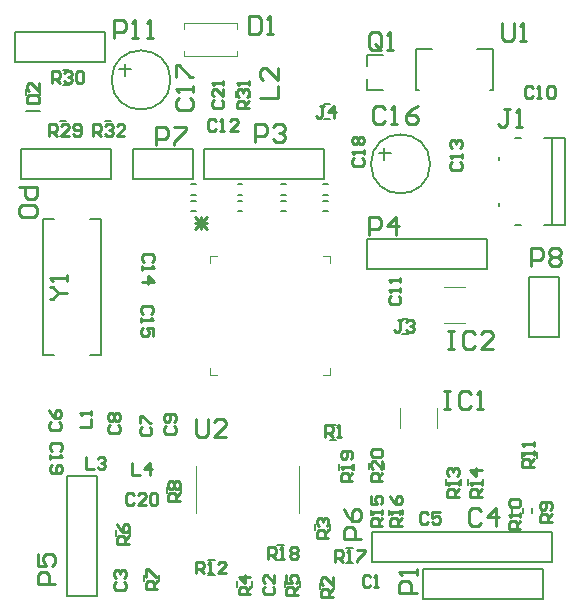
<source format=gto>
G04*
G04 #@! TF.GenerationSoftware,Altium Limited,Altium Designer,18.1.5 (160)*
G04*
G04 Layer_Color=65535*
%FSLAX25Y25*%
%MOIN*%
G70*
G01*
G75*
%ADD10C,0.00787*%
%ADD11C,0.00598*%
%ADD12C,0.00472*%
%ADD13C,0.01000*%
D10*
X554343Y478579D02*
G03*
X554343Y478579I-9843J0D01*
G01*
X640842Y450579D02*
G03*
X640842Y450579I-9843J0D01*
G01*
X660000Y415500D02*
Y425500D01*
X620000Y415500D02*
X660000D01*
X620000Y425500D02*
X660000D01*
X620000Y415500D02*
Y425500D01*
X502500Y494500D02*
X532500D01*
X502500Y484500D02*
Y494500D01*
Y484500D02*
X532500D01*
Y494500D01*
X678740Y459342D02*
X681496D01*
X669291D02*
X671260D01*
X663779Y451862D02*
Y453043D01*
Y436508D02*
Y437689D01*
X669291Y430209D02*
X671260D01*
X678740D02*
X681496D01*
Y459342D01*
Y430209D02*
X685827D01*
Y459342D01*
X681496D02*
X685827D01*
X539100Y480057D02*
Y484058D01*
X537200Y482158D02*
X541200D01*
X638575Y305500D02*
Y315500D01*
X678575D01*
X638575Y305500D02*
X678575D01*
Y315500D01*
X625600Y452058D02*
Y456058D01*
X623700Y454157D02*
X627700D01*
X621500Y327953D02*
X681500D01*
X621500Y317953D02*
X681500D01*
Y327953D01*
X621500Y317953D02*
Y327953D01*
X684000Y393000D02*
Y413000D01*
X674000D02*
X684000D01*
X674000Y393000D02*
Y413000D01*
Y393000D02*
X684000D01*
X531047Y386854D02*
Y432327D01*
X511953Y386854D02*
Y432327D01*
X527406D02*
X531047D01*
X511953D02*
X515594D01*
X511953Y386854D02*
X515594D01*
X527406D02*
X531047D01*
X542000Y445500D02*
Y455500D01*
X562000D01*
Y445500D02*
Y455500D01*
X542000Y445500D02*
X562000D01*
X565500D02*
Y455500D01*
X605500D01*
X565500Y445500D02*
X605500D01*
Y455500D01*
X520000Y346500D02*
X530000D01*
Y306500D02*
Y346500D01*
X520000Y306500D02*
Y346500D01*
Y306500D02*
X530000D01*
X504500Y455461D02*
X534500D01*
X504500Y445461D02*
Y455461D01*
Y445461D02*
X534500D01*
Y455461D01*
D11*
X619941Y475161D02*
X625059D01*
X619941D02*
Y478902D01*
Y486839D02*
X625059D01*
X619941Y483098D02*
Y486839D01*
X636205Y488890D02*
X641598D01*
X636205Y475110D02*
Y488890D01*
Y475110D02*
X637130D01*
X656402Y488890D02*
X661795D01*
Y475110D02*
Y488890D01*
X660870Y475110D02*
X661795D01*
X605555Y470480D02*
X607657D01*
X605555Y465520D02*
X607657D01*
X517449Y464980D02*
X519551D01*
X517449Y460020D02*
X519551D01*
X532449Y464980D02*
X534551D01*
X532449Y460020D02*
X534551D01*
X580980Y472949D02*
Y475051D01*
X576020Y472949D02*
Y475051D01*
X518449Y481980D02*
X520551D01*
X518449Y477020D02*
X520551D01*
X506020Y468221D02*
X510980D01*
Y473606D02*
Y475394D01*
X506020Y473606D02*
Y475394D01*
X553020Y340949D02*
Y343051D01*
X557980Y340949D02*
Y343051D01*
X540980Y326480D02*
Y328582D01*
X536020Y326480D02*
Y328582D01*
X550386Y311449D02*
Y313551D01*
X545425Y311449D02*
Y313551D01*
X566949Y313520D02*
X569051D01*
X566949Y318480D02*
X569051D01*
X576520Y309449D02*
Y311551D01*
X581480Y309449D02*
Y311551D01*
X597480Y309449D02*
Y311551D01*
X592520Y309449D02*
Y311551D01*
X589949Y318586D02*
X592051D01*
X589949Y323547D02*
X592051D01*
X607480Y328449D02*
Y330551D01*
X602520Y328449D02*
Y330551D01*
X607449Y363480D02*
X609551D01*
X607449Y358520D02*
X609551D01*
X668228Y334224D02*
Y335776D01*
X671772Y334224D02*
Y335776D01*
X678272Y334224D02*
Y335776D01*
X674728Y334224D02*
Y335776D01*
X612949Y317634D02*
X615051D01*
X612949Y322594D02*
X615051D01*
X608980Y308949D02*
Y311051D01*
X604020Y308949D02*
Y311051D01*
X627228Y333724D02*
Y335276D01*
X630772Y333724D02*
Y335276D01*
X610520Y348449D02*
Y350551D01*
X615480Y348449D02*
Y350551D01*
X620445Y348787D02*
Y350890D01*
X625406Y348787D02*
Y350890D01*
X653520Y343449D02*
Y345551D01*
X658480Y343449D02*
Y345551D01*
X646205Y343449D02*
Y345551D01*
X651165Y343449D02*
Y345551D01*
X631449Y398980D02*
X633551D01*
X631449Y394020D02*
X633551D01*
X624772Y333724D02*
Y335276D01*
X621228Y333724D02*
Y335276D01*
X676480Y352449D02*
Y354551D01*
X671520Y352449D02*
Y354551D01*
X561224Y440228D02*
X562776D01*
X561224Y443772D02*
X562776D01*
X561224Y438272D02*
X562776D01*
X561224Y434728D02*
X562776D01*
X576724Y443772D02*
X578276D01*
X576724Y440228D02*
X578276D01*
X576724Y434728D02*
X578276D01*
X576724Y438272D02*
X578276D01*
X591224Y443772D02*
X592776D01*
X591224Y440228D02*
X592776D01*
X591224Y434728D02*
X592776D01*
X591224Y438272D02*
X592776D01*
X605299Y443929D02*
X606850D01*
X605299Y440386D02*
X606850D01*
X605299Y434728D02*
X606850D01*
X605299Y438272D02*
X606850D01*
D12*
X597244Y334126D02*
Y349874D01*
X562756Y334126D02*
Y349874D01*
X576398Y495681D02*
Y497512D01*
X558681D02*
X576398D01*
X558681Y486488D02*
Y488319D01*
Y486488D02*
X576398D01*
Y488319D01*
X558681Y495681D02*
Y497512D01*
X630898Y362653D02*
Y369346D01*
X643102Y362653D02*
Y369346D01*
X567618Y417598D02*
Y419882D01*
X569902D01*
X607382Y417598D02*
Y419882D01*
X605098D02*
X607382D01*
Y380118D02*
Y382402D01*
X605098Y380118D02*
X607382D01*
X567618D02*
Y382402D01*
Y380118D02*
X569902D01*
X645653Y409602D02*
X652347D01*
X645653Y397398D02*
X652347D01*
D13*
X562900Y365498D02*
Y360500D01*
X563900Y359500D01*
X565899D01*
X566899Y360500D01*
Y365498D01*
X572897Y359500D02*
X568898D01*
X572897Y363499D01*
Y364498D01*
X571897Y365498D01*
X569898D01*
X568898Y364498D01*
X605624Y469936D02*
X604312D01*
X604968D01*
Y466656D01*
X604312Y466000D01*
X603656D01*
X603000Y466656D01*
X608904Y466000D02*
Y469936D01*
X606936Y467968D01*
X609560D01*
X631624Y398400D02*
X630312D01*
X630968D01*
Y395121D01*
X630312Y394465D01*
X629656D01*
X629000Y395121D01*
X632936Y397744D02*
X633592Y398400D01*
X634904D01*
X635560Y397744D01*
Y397088D01*
X634904Y396432D01*
X634248D01*
X634904D01*
X635560Y395777D01*
Y395121D01*
X634904Y394465D01*
X633592D01*
X632936Y395121D01*
X620500Y427000D02*
Y432998D01*
X623499D01*
X624499Y431998D01*
Y429999D01*
X623499Y428999D01*
X620500D01*
X629497Y427000D02*
Y432998D01*
X626498Y429999D01*
X630497D01*
X562500Y432998D02*
X566499Y429000D01*
X562500D02*
X566499Y432998D01*
X562500Y430999D02*
X566499D01*
X564499Y429000D02*
Y432998D01*
X541575Y350936D02*
Y347000D01*
X544199D01*
X547478D02*
Y350936D01*
X545510Y348968D01*
X548134D01*
X526075Y352936D02*
Y349000D01*
X528699D01*
X530011Y352280D02*
X530666Y352936D01*
X531978D01*
X532634Y352280D01*
Y351624D01*
X531978Y350968D01*
X531322D01*
X531978D01*
X532634Y350312D01*
Y349656D01*
X531978Y349000D01*
X530666D01*
X530011Y349656D01*
X524064Y363000D02*
X528000D01*
Y365624D01*
Y366936D02*
Y368248D01*
Y367592D01*
X524064D01*
X524720Y366936D01*
X514002Y405500D02*
X515002D01*
X517001Y407499D01*
X515002Y409499D01*
X514002D01*
X517001Y407499D02*
X520000D01*
Y411498D02*
Y413497D01*
Y412498D01*
X514002D01*
X515002Y411498D01*
X665000Y497498D02*
Y492500D01*
X666000Y491500D01*
X667999D01*
X668999Y492500D01*
Y497498D01*
X670998Y491500D02*
X672997D01*
X671998D01*
Y497498D01*
X670998Y496498D01*
X671000Y329000D02*
X667064D01*
Y330968D01*
X667720Y331624D01*
X669032D01*
X669688Y330968D01*
Y329000D01*
Y330312D02*
X671000Y331624D01*
Y332936D02*
Y334248D01*
Y333592D01*
X667064D01*
X667720Y332936D01*
Y336215D02*
X667064Y336872D01*
Y338183D01*
X667720Y338839D01*
X670344D01*
X671000Y338183D01*
Y336872D01*
X670344Y336215D01*
X667720D01*
X681500Y331370D02*
X677564D01*
Y333338D01*
X678220Y333994D01*
X679532D01*
X680188Y333338D01*
Y331370D01*
Y332682D02*
X681500Y333994D01*
X680844Y335306D02*
X681500Y335962D01*
Y337274D01*
X680844Y337930D01*
X678220D01*
X677564Y337274D01*
Y335962D01*
X678220Y335306D01*
X678876D01*
X679532Y335962D01*
Y337930D01*
X631500Y330000D02*
X627564D01*
Y331968D01*
X628220Y332624D01*
X629532D01*
X630188Y331968D01*
Y330000D01*
Y331312D02*
X631500Y332624D01*
Y333936D02*
Y335248D01*
Y334592D01*
X627564D01*
X628220Y333936D01*
X627564Y339839D02*
X628220Y338527D01*
X629532Y337215D01*
X630844D01*
X631500Y337872D01*
Y339183D01*
X630844Y339839D01*
X630188D01*
X629532Y339183D01*
Y337215D01*
X625000Y330000D02*
X621064D01*
Y331968D01*
X621720Y332624D01*
X623032D01*
X623688Y331968D01*
Y330000D01*
Y331312D02*
X625000Y332624D01*
Y333936D02*
Y335248D01*
Y334592D01*
X621064D01*
X621720Y333936D01*
X621064Y339839D02*
Y337215D01*
X623032D01*
X622376Y338527D01*
Y339183D01*
X623032Y339839D01*
X624344D01*
X625000Y339183D01*
Y337872D01*
X624344Y337215D01*
X609205Y318000D02*
Y321936D01*
X611173D01*
X611829Y321280D01*
Y319968D01*
X611173Y319312D01*
X609205D01*
X610517D02*
X611829Y318000D01*
X613140D02*
X614452D01*
X613796D01*
Y321936D01*
X613140Y321280D01*
X616420Y321936D02*
X619044D01*
Y321280D01*
X616420Y318656D01*
Y318000D01*
X586834Y319000D02*
Y322936D01*
X588802D01*
X589458Y322280D01*
Y320968D01*
X588802Y320312D01*
X586834D01*
X588146D02*
X589458Y319000D01*
X590770D02*
X592082D01*
X591426D01*
Y322936D01*
X590770Y322280D01*
X594050D02*
X594705Y322936D01*
X596017D01*
X596673Y322280D01*
Y321624D01*
X596017Y320968D01*
X596673Y320312D01*
Y319656D01*
X596017Y319000D01*
X594705D01*
X594050Y319656D01*
Y320312D01*
X594705Y320968D01*
X594050Y321624D01*
Y322280D01*
X594705Y320968D02*
X596017D01*
X615000Y345000D02*
X611064D01*
Y346968D01*
X611720Y347624D01*
X613032D01*
X613688Y346968D01*
Y345000D01*
Y346312D02*
X615000Y347624D01*
Y348936D02*
Y350248D01*
Y349592D01*
X611064D01*
X611720Y348936D01*
X614344Y352216D02*
X615000Y352871D01*
Y354183D01*
X614344Y354839D01*
X611720D01*
X611064Y354183D01*
Y352871D01*
X611720Y352216D01*
X612376D01*
X613032Y352871D01*
Y354839D01*
X625000Y345000D02*
X621064D01*
Y346968D01*
X621720Y347624D01*
X623032D01*
X623688Y346968D01*
Y345000D01*
Y346312D02*
X625000Y347624D01*
Y351560D02*
Y348936D01*
X622376Y351560D01*
X621720D01*
X621064Y350904D01*
Y349592D01*
X621720Y348936D01*
Y352871D02*
X621064Y353527D01*
Y354839D01*
X621720Y355495D01*
X624344D01*
X625000Y354839D01*
Y353527D01*
X624344Y352871D01*
X621720D01*
X675500Y349500D02*
X671564D01*
Y351468D01*
X672220Y352124D01*
X673532D01*
X674188Y351468D01*
Y349500D01*
Y350812D02*
X675500Y352124D01*
Y353436D02*
Y354748D01*
Y354092D01*
X671564D01*
X672220Y353436D01*
X675500Y356715D02*
Y358027D01*
Y357371D01*
X671564D01*
X672220Y356715D01*
X563000Y314110D02*
Y318046D01*
X564968D01*
X565624Y317390D01*
Y316078D01*
X564968Y315422D01*
X563000D01*
X564312D02*
X565624Y314110D01*
X566936D02*
X568248D01*
X567592D01*
Y318046D01*
X566936Y317390D01*
X572839Y314110D02*
X570216D01*
X572839Y316734D01*
Y317390D01*
X572183Y318046D01*
X570871D01*
X570216Y317390D01*
X650500Y339500D02*
X646564D01*
Y341468D01*
X647220Y342124D01*
X648532D01*
X649188Y341468D01*
Y339500D01*
Y340812D02*
X650500Y342124D01*
Y343436D02*
Y344748D01*
Y344092D01*
X646564D01*
X647220Y343436D01*
Y346715D02*
X646564Y347372D01*
Y348683D01*
X647220Y349339D01*
X647876D01*
X648532Y348683D01*
Y348027D01*
Y348683D01*
X649188Y349339D01*
X649844D01*
X650500Y348683D01*
Y347372D01*
X649844Y346715D01*
X658016Y339500D02*
X654080D01*
Y341468D01*
X654736Y342124D01*
X656048D01*
X656704Y341468D01*
Y339500D01*
Y340812D02*
X658016Y342124D01*
Y343436D02*
Y344748D01*
Y344092D01*
X654080D01*
X654736Y343436D01*
X658016Y348683D02*
X654080D01*
X656048Y346715D01*
Y349339D01*
X557500Y338339D02*
X553564D01*
Y340306D01*
X554220Y340962D01*
X555532D01*
X556188Y340306D01*
Y338339D01*
Y339651D02*
X557500Y340962D01*
X554220Y342274D02*
X553564Y342930D01*
Y344242D01*
X554220Y344898D01*
X554876D01*
X555532Y344242D01*
X556188Y344898D01*
X556844D01*
X557500Y344242D01*
Y342930D01*
X556844Y342274D01*
X556188D01*
X555532Y342930D01*
X554876Y342274D01*
X554220D01*
X555532Y342930D02*
Y344242D01*
X606000Y359500D02*
Y363436D01*
X607968D01*
X608624Y362780D01*
Y361468D01*
X607968Y360812D01*
X606000D01*
X607312D02*
X608624Y359500D01*
X609936D02*
X611248D01*
X610592D01*
Y363436D01*
X609936Y362780D01*
X596839Y306839D02*
X592903D01*
Y308806D01*
X593559Y309462D01*
X594871D01*
X595527Y308806D01*
Y306839D01*
Y308151D02*
X596839Y309462D01*
X592903Y313398D02*
Y310774D01*
X594871D01*
X594215Y312086D01*
Y312742D01*
X594871Y313398D01*
X596183D01*
X596839Y312742D01*
Y311430D01*
X596183Y310774D01*
X581000Y307075D02*
X577064D01*
Y309043D01*
X577720Y309699D01*
X579032D01*
X579688Y309043D01*
Y307075D01*
Y308387D02*
X581000Y309699D01*
Y312978D02*
X577064D01*
X579032Y311011D01*
Y313634D01*
X607000Y326000D02*
X603064D01*
Y327968D01*
X603720Y328624D01*
X605032D01*
X605688Y327968D01*
Y326000D01*
Y327312D02*
X607000Y328624D01*
X603720Y329936D02*
X603064Y330592D01*
Y331904D01*
X603720Y332560D01*
X604376D01*
X605032Y331904D01*
Y331248D01*
Y331904D01*
X605688Y332560D01*
X606344D01*
X607000Y331904D01*
Y330592D01*
X606344Y329936D01*
X540500Y324000D02*
X536564D01*
Y325968D01*
X537220Y326624D01*
X538532D01*
X539188Y325968D01*
Y324000D01*
Y325312D02*
X540500Y326624D01*
X536564Y330560D02*
X537220Y329248D01*
X538532Y327936D01*
X539844D01*
X540500Y328592D01*
Y329904D01*
X539844Y330560D01*
X539188D01*
X538532Y329904D01*
Y327936D01*
X550000Y308839D02*
X546064D01*
Y310806D01*
X546720Y311462D01*
X548032D01*
X548688Y310806D01*
Y308839D01*
Y310151D02*
X550000Y311462D01*
X546064Y312774D02*
Y315398D01*
X546720D01*
X549344Y312774D01*
X550000D01*
X608500Y306339D02*
X604564D01*
Y308306D01*
X605220Y308962D01*
X606532D01*
X607188Y308306D01*
Y306339D01*
Y307650D02*
X608500Y308962D01*
Y312898D02*
Y310274D01*
X605876Y312898D01*
X605220D01*
X604564Y312242D01*
Y310930D01*
X605220Y310274D01*
X580500Y469075D02*
X576564D01*
Y471043D01*
X577220Y471699D01*
X578532D01*
X579188Y471043D01*
Y469075D01*
Y470387D02*
X580500Y471699D01*
X577220Y473010D02*
X576564Y473666D01*
Y474978D01*
X577220Y475634D01*
X577876D01*
X578532Y474978D01*
Y474323D01*
Y474978D01*
X579188Y475634D01*
X579844D01*
X580500Y474978D01*
Y473666D01*
X579844Y473010D01*
X580500Y476946D02*
Y478258D01*
Y477602D01*
X576564D01*
X577220Y476946D01*
X514839Y477500D02*
Y481436D01*
X516807D01*
X517462Y480780D01*
Y479468D01*
X516807Y478812D01*
X514839D01*
X516151D02*
X517462Y477500D01*
X518774Y480780D02*
X519430Y481436D01*
X520742D01*
X521398Y480780D01*
Y480124D01*
X520742Y479468D01*
X520086D01*
X520742D01*
X521398Y478812D01*
Y478156D01*
X520742Y477500D01*
X519430D01*
X518774Y478156D01*
X522710Y480780D02*
X523366Y481436D01*
X524678D01*
X525334Y480780D01*
Y478156D01*
X524678Y477500D01*
X523366D01*
X522710Y478156D01*
Y480780D01*
X528500Y460000D02*
Y463936D01*
X530468D01*
X531124Y463280D01*
Y461968D01*
X530468Y461312D01*
X528500D01*
X529812D02*
X531124Y460000D01*
X532436Y463280D02*
X533092Y463936D01*
X534404D01*
X535060Y463280D01*
Y462624D01*
X534404Y461968D01*
X533748D01*
X534404D01*
X535060Y461312D01*
Y460656D01*
X534404Y460000D01*
X533092D01*
X532436Y460656D01*
X538995Y460000D02*
X536372D01*
X538995Y462624D01*
Y463280D01*
X538339Y463936D01*
X537027D01*
X536372Y463280D01*
X514000Y460000D02*
Y463936D01*
X515968D01*
X516624Y463280D01*
Y461968D01*
X515968Y461312D01*
X514000D01*
X515312D02*
X516624Y460000D01*
X520560D02*
X517936D01*
X520560Y462624D01*
Y463280D01*
X519904Y463936D01*
X518592D01*
X517936Y463280D01*
X521872Y460656D02*
X522527Y460000D01*
X523839D01*
X524495Y460656D01*
Y463280D01*
X523839Y463936D01*
X522527D01*
X521872Y463280D01*
Y462624D01*
X522527Y461968D01*
X524495D01*
X624499Y489500D02*
Y493498D01*
X623499Y494498D01*
X621500D01*
X620500Y493498D01*
Y489500D01*
X621500Y488500D01*
X623499D01*
X622499Y490499D02*
X624499Y488500D01*
X623499D02*
X624499Y489500D01*
X626498Y488500D02*
X628497D01*
X627498D01*
Y494498D01*
X626498Y493498D01*
X535500Y492500D02*
Y498498D01*
X538499D01*
X539499Y497498D01*
Y495499D01*
X538499Y494499D01*
X535500D01*
X541498Y492500D02*
X543497D01*
X542498D01*
Y498498D01*
X541498Y497498D01*
X546496Y492500D02*
X548496D01*
X547496D01*
Y498498D01*
X546496Y497498D01*
X674600Y416400D02*
Y422398D01*
X677599D01*
X678599Y421398D01*
Y419399D01*
X677599Y418399D01*
X674600D01*
X680598Y421398D02*
X681598Y422398D01*
X683597D01*
X684597Y421398D01*
Y420399D01*
X683597Y419399D01*
X684597Y418399D01*
Y417400D01*
X683597Y416400D01*
X681598D01*
X680598Y417400D01*
Y418399D01*
X681598Y419399D01*
X680598Y420399D01*
Y421398D01*
X681598Y419399D02*
X683597D01*
X549500Y457000D02*
Y462998D01*
X552499D01*
X553499Y461998D01*
Y459999D01*
X552499Y458999D01*
X549500D01*
X555498Y462998D02*
X559497D01*
Y461998D01*
X555498Y458000D01*
Y457000D01*
X618000Y325500D02*
X612002D01*
Y328499D01*
X613002Y329499D01*
X615001D01*
X616001Y328499D01*
Y325500D01*
X612002Y335497D02*
X613002Y333497D01*
X615001Y331498D01*
X617000D01*
X618000Y332498D01*
Y334497D01*
X617000Y335497D01*
X616001D01*
X615001Y334497D01*
Y331498D01*
X516000Y310500D02*
X510002D01*
Y313499D01*
X511002Y314499D01*
X513001D01*
X514001Y313499D01*
Y310500D01*
X510002Y320497D02*
Y316498D01*
X513001D01*
X512001Y318497D01*
Y319497D01*
X513001Y320497D01*
X515000D01*
X516000Y319497D01*
Y317498D01*
X515000Y316498D01*
X582500Y458000D02*
Y463998D01*
X585499D01*
X586499Y462998D01*
Y460999D01*
X585499Y459999D01*
X582500D01*
X588498Y462998D02*
X589498Y463998D01*
X591497D01*
X592497Y462998D01*
Y461999D01*
X591497Y460999D01*
X590497D01*
X591497D01*
X592497Y459999D01*
Y459000D01*
X591497Y458000D01*
X589498D01*
X588498Y459000D01*
X636500Y307500D02*
X630502D01*
Y310499D01*
X631502Y311499D01*
X633501D01*
X634501Y310499D01*
Y307500D01*
X636500Y313498D02*
Y315497D01*
Y314498D01*
X630502D01*
X631502Y313498D01*
X504000Y443000D02*
X509998D01*
Y440001D01*
X508998Y439001D01*
X506999D01*
X505999Y440001D01*
Y443000D01*
X508998Y437002D02*
X509998Y436002D01*
Y434003D01*
X508998Y433003D01*
X505000D01*
X504000Y434003D01*
Y436002D01*
X505000Y437002D01*
X508998D01*
X584140Y472500D02*
X590138D01*
Y476499D01*
Y482497D02*
Y478498D01*
X586139Y482497D01*
X585139D01*
X584140Y481497D01*
Y479498D01*
X585139Y478498D01*
X667499Y468998D02*
X665499D01*
X666499D01*
Y464000D01*
X665499Y463000D01*
X664500D01*
X663500Y464000D01*
X669498Y463000D02*
X671497D01*
X670498D01*
Y468998D01*
X669498Y467998D01*
X645500Y374829D02*
X647499D01*
X646500D01*
Y368831D01*
X645500D01*
X647499D01*
X654497Y373829D02*
X653497Y374829D01*
X651498D01*
X650498Y373829D01*
Y369830D01*
X651498Y368831D01*
X653497D01*
X654497Y369830D01*
X656496Y368831D02*
X658496D01*
X657496D01*
Y374829D01*
X656496Y373829D01*
X647000Y394998D02*
X648999D01*
X648000D01*
Y389000D01*
X647000D01*
X648999D01*
X655997Y393998D02*
X654997Y394998D01*
X652998D01*
X651998Y393998D01*
Y390000D01*
X652998Y389000D01*
X654997D01*
X655997Y390000D01*
X661995Y389000D02*
X657996D01*
X661995Y392999D01*
Y393998D01*
X660995Y394998D01*
X658996D01*
X657996Y393998D01*
X506490Y470917D02*
X510425D01*
Y472885D01*
X509769Y473541D01*
X507145D01*
X506490Y472885D01*
Y470917D01*
X510425Y477477D02*
Y474853D01*
X507801Y477477D01*
X507145D01*
X506490Y476821D01*
Y475509D01*
X507145Y474853D01*
X580500Y499758D02*
Y493760D01*
X583499D01*
X584499Y494760D01*
Y498758D01*
X583499Y499758D01*
X580500D01*
X586498Y493760D02*
X588497D01*
X587498D01*
Y499758D01*
X586498Y498758D01*
X640124Y333780D02*
X639468Y334436D01*
X638156D01*
X637500Y333780D01*
Y331156D01*
X638156Y330500D01*
X639468D01*
X640124Y331156D01*
X644060Y334436D02*
X641436D01*
Y332468D01*
X642748Y333124D01*
X643404D01*
X644060Y332468D01*
Y331156D01*
X643404Y330500D01*
X642092D01*
X641436Y331156D01*
X657861Y334998D02*
X656861Y335998D01*
X654862D01*
X653862Y334998D01*
Y331000D01*
X654862Y330000D01*
X656861D01*
X657861Y331000D01*
X662859Y330000D02*
Y335998D01*
X659860Y332999D01*
X663859D01*
X585720Y309718D02*
X585064Y309062D01*
Y307751D01*
X585720Y307095D01*
X588344D01*
X589000Y307751D01*
Y309062D01*
X588344Y309718D01*
X589000Y313654D02*
Y311030D01*
X586376Y313654D01*
X585720D01*
X585064Y312998D01*
Y311686D01*
X585720Y311030D01*
X536220Y311124D02*
X535564Y310468D01*
Y309156D01*
X536220Y308500D01*
X538844D01*
X539500Y309156D01*
Y310468D01*
X538844Y311124D01*
X536220Y312436D02*
X535564Y313092D01*
Y314404D01*
X536220Y315060D01*
X536876D01*
X537532Y314404D01*
Y313748D01*
Y314404D01*
X538188Y315060D01*
X538844D01*
X539500Y314404D01*
Y313092D01*
X538844Y312436D01*
X620994Y312780D02*
X620338Y313436D01*
X619026D01*
X618370Y312780D01*
Y310156D01*
X619026Y309500D01*
X620338D01*
X620994Y310156D01*
X622306Y309500D02*
X623618D01*
X622962D01*
Y313436D01*
X622306Y312780D01*
X547780Y400526D02*
X548436Y401182D01*
Y402494D01*
X547780Y403150D01*
X545156D01*
X544500Y402494D01*
Y401182D01*
X545156Y400526D01*
X544500Y399214D02*
Y397902D01*
Y398558D01*
X548436D01*
X547780Y399214D01*
X548436Y393310D02*
Y395934D01*
X546468D01*
X547124Y394622D01*
Y393966D01*
X546468Y393310D01*
X545156D01*
X544500Y393966D01*
Y395278D01*
X545156Y395934D01*
X548280Y417876D02*
X548936Y418532D01*
Y419844D01*
X548280Y420500D01*
X545656D01*
X545000Y419844D01*
Y418532D01*
X545656Y417876D01*
X545000Y416564D02*
Y415252D01*
Y415908D01*
X548936D01*
X548280Y416564D01*
X545000Y411317D02*
X548936D01*
X546968Y413284D01*
Y410661D01*
X648220Y451199D02*
X647564Y450543D01*
Y449231D01*
X648220Y448575D01*
X650844D01*
X651500Y449231D01*
Y450543D01*
X650844Y451199D01*
X651500Y452510D02*
Y453823D01*
Y453166D01*
X647564D01*
X648220Y452510D01*
Y455790D02*
X647564Y456446D01*
Y457758D01*
X648220Y458414D01*
X648876D01*
X649532Y457758D01*
Y457102D01*
Y457758D01*
X650188Y458414D01*
X650844D01*
X651500Y457758D01*
Y456446D01*
X650844Y455790D01*
X569624Y464780D02*
X568968Y465436D01*
X567656D01*
X567000Y464780D01*
Y462156D01*
X567656Y461500D01*
X568968D01*
X569624Y462156D01*
X570936Y461500D02*
X572248D01*
X571592D01*
Y465436D01*
X570936Y464780D01*
X576839Y461500D02*
X574216D01*
X576839Y464124D01*
Y464780D01*
X576183Y465436D01*
X574871D01*
X574216Y464780D01*
X627720Y406624D02*
X627064Y405968D01*
Y404656D01*
X627720Y404000D01*
X630344D01*
X631000Y404656D01*
Y405968D01*
X630344Y406624D01*
X631000Y407936D02*
Y409248D01*
Y408592D01*
X627064D01*
X627720Y407936D01*
X631000Y411215D02*
Y412527D01*
Y411871D01*
X627064D01*
X627720Y411215D01*
X675124Y475780D02*
X674468Y476436D01*
X673156D01*
X672500Y475780D01*
Y473156D01*
X673156Y472500D01*
X674468D01*
X675124Y473156D01*
X676436Y472500D02*
X677748D01*
X677092D01*
Y476436D01*
X676436Y475780D01*
X679715D02*
X680372Y476436D01*
X681683D01*
X682339Y475780D01*
Y473156D01*
X681683Y472500D01*
X680372D01*
X679715Y473156D01*
Y475780D01*
X568720Y471750D02*
X568064Y471094D01*
Y469782D01*
X568720Y469126D01*
X571344D01*
X572000Y469782D01*
Y471094D01*
X571344Y471750D01*
X572000Y475686D02*
Y473062D01*
X569376Y475686D01*
X568720D01*
X568064Y475030D01*
Y473718D01*
X568720Y473062D01*
X572000Y476998D02*
Y478309D01*
Y477653D01*
X568064D01*
X568720Y476998D01*
X542124Y340280D02*
X541468Y340936D01*
X540156D01*
X539500Y340280D01*
Y337656D01*
X540156Y337000D01*
X541468D01*
X542124Y337656D01*
X546060Y337000D02*
X543436D01*
X546060Y339624D01*
Y340280D01*
X545404Y340936D01*
X544092D01*
X543436Y340280D01*
X547371D02*
X548027Y340936D01*
X549339D01*
X549995Y340280D01*
Y337656D01*
X549339Y337000D01*
X548027D01*
X547371Y337656D01*
Y340280D01*
X517445Y354876D02*
X518101Y355532D01*
Y356844D01*
X517445Y357500D01*
X514821D01*
X514165Y356844D01*
Y355532D01*
X514821Y354876D01*
X514165Y353564D02*
Y352252D01*
Y352908D01*
X518101D01*
X517445Y353564D01*
X514821Y350285D02*
X514165Y349628D01*
Y348317D01*
X514821Y347661D01*
X517445D01*
X518101Y348317D01*
Y349628D01*
X517445Y350285D01*
X516789D01*
X516133Y349628D01*
Y347661D01*
X625799Y468856D02*
X624799Y469855D01*
X622800D01*
X621800Y468856D01*
Y464857D01*
X622800Y463858D01*
X624799D01*
X625799Y464857D01*
X627798Y463858D02*
X629797D01*
X628798D01*
Y469855D01*
X627798Y468856D01*
X636795Y469855D02*
X634796Y468856D01*
X632796Y466856D01*
Y464857D01*
X633796Y463858D01*
X635795D01*
X636795Y464857D01*
Y465857D01*
X635795Y466856D01*
X632796D01*
X557002Y472609D02*
X556002Y471609D01*
Y469610D01*
X557002Y468610D01*
X561000D01*
X562000Y469610D01*
Y471609D01*
X561000Y472609D01*
X562000Y474608D02*
Y476608D01*
Y475608D01*
X556002D01*
X557002Y474608D01*
X556002Y479607D02*
Y483605D01*
X557002D01*
X561000Y479607D01*
X562000D01*
X615519Y452494D02*
X614863Y451838D01*
Y450526D01*
X615519Y449870D01*
X618143D01*
X618799Y450526D01*
Y451838D01*
X618143Y452494D01*
X618799Y453806D02*
Y455118D01*
Y454462D01*
X614863D01*
X615519Y453806D01*
Y457086D02*
X614863Y457742D01*
Y459054D01*
X615519Y459709D01*
X616175D01*
X616831Y459054D01*
X617487Y459709D01*
X618143D01*
X618799Y459054D01*
Y457742D01*
X618143Y457086D01*
X617487D01*
X616831Y457742D01*
X616175Y457086D01*
X615519D01*
X616831Y457742D02*
Y459054D01*
X514645Y364624D02*
X513989Y363968D01*
Y362656D01*
X514645Y362000D01*
X517269D01*
X517925Y362656D01*
Y363968D01*
X517269Y364624D01*
X513989Y368560D02*
X514645Y367248D01*
X515957Y365936D01*
X517269D01*
X517925Y366592D01*
Y367904D01*
X517269Y368560D01*
X516613D01*
X515957Y367904D01*
Y365936D01*
X552771Y363199D02*
X552115Y362543D01*
Y361231D01*
X552771Y360575D01*
X555395D01*
X556051Y361231D01*
Y362543D01*
X555395Y363199D01*
Y364510D02*
X556051Y365166D01*
Y366478D01*
X555395Y367134D01*
X552771D01*
X552115Y366478D01*
Y365166D01*
X552771Y364510D01*
X553427D01*
X554083Y365166D01*
Y367134D01*
X534220Y363624D02*
X533564Y362968D01*
Y361656D01*
X534220Y361000D01*
X536844D01*
X537500Y361656D01*
Y362968D01*
X536844Y363624D01*
X534220Y364936D02*
X533564Y365592D01*
Y366904D01*
X534220Y367560D01*
X534876D01*
X535532Y366904D01*
X536188Y367560D01*
X536844D01*
X537500Y366904D01*
Y365592D01*
X536844Y364936D01*
X536188D01*
X535532Y365592D01*
X534876Y364936D01*
X534220D01*
X535532Y365592D02*
Y366904D01*
X544720Y362773D02*
X544064Y362118D01*
Y360806D01*
X544720Y360150D01*
X547344D01*
X548000Y360806D01*
Y362118D01*
X547344Y362773D01*
X544064Y364085D02*
Y366709D01*
X544720D01*
X547344Y364085D01*
X548000D01*
M02*

</source>
